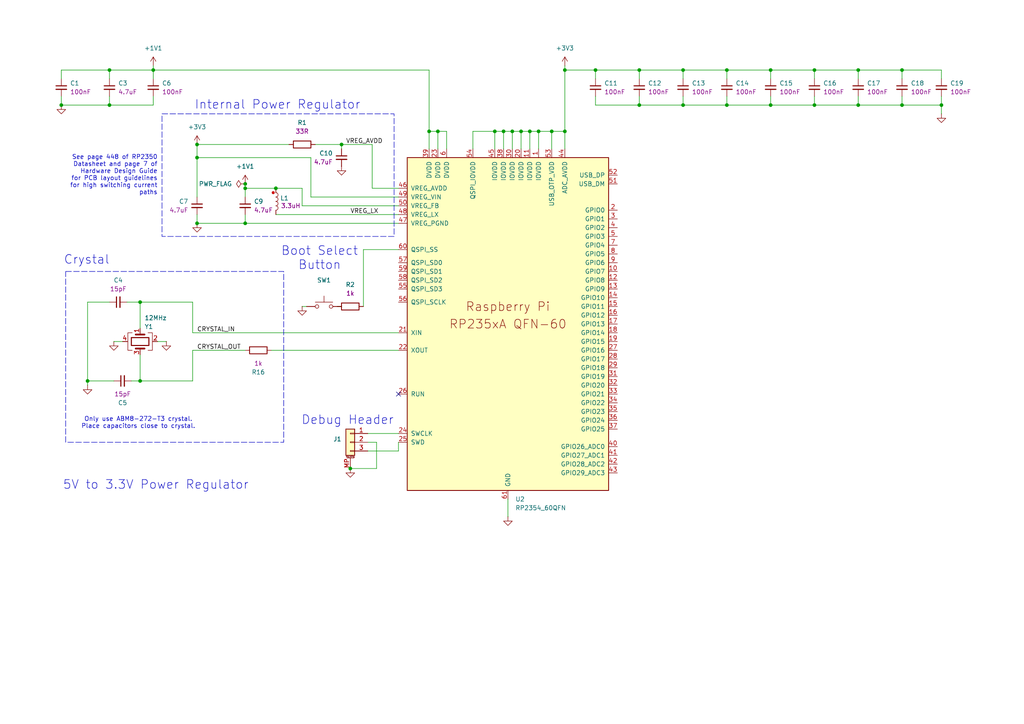
<source format=kicad_sch>
(kicad_sch (version 20250114) (generator "eeschema") (generator_version "9.0")
  (paper "A4")
  (lib_symbols
    (symbol "Lichen:100nF_0402_50V" (pin_numbers (hide yes)) (pin_names (offset 0.254) (hide yes))
      (property "Reference" "C12" (at 2.54 1.2638 0))
      (property "Display" "100nF" (at 2.54 -1.2762 0))
      (symbol "100nF_0402_50V_0_1"
        (polyline (pts (xy -1.524 0.508) (xy 1.524 0.508)) (stroke (width 0.3048)))
        (polyline (pts (xy -1.524 -0.508) (xy 1.524 -0.508)) (stroke (width 0.3302)))
      )
      (symbol "100nF_0402_50V_1_1"
        (pin passive line (at 0 2.54 270) (length 2.032) (name "~") (number "1"))
        (pin passive line (at 0 -2.54 90) (length 2.032) (name "~") (number "2"))
      )
    )
    (symbol "Lichen:15pF_0402" (pin_numbers (hide yes)) (pin_names (offset 0.254) (hide yes))
      (property "Reference" "C18" (at 2.54 1.2638 0))
      (property "Display" "15pF" (at 2.54 -1.2762 0))
      (symbol "15pF_0402_0_1"
        (polyline (pts (xy -1.524 0.508) (xy 1.524 0.508)) (stroke (width 0.3048)))
        (polyline (pts (xy -1.524 -0.508) (xy 1.524 -0.508)) (stroke (width 0.3302)))
      )
      (symbol "15pF_0402_1_1"
        (pin passive line (at 0 2.54 270) (length 2.032) (name "~") (number "1"))
        (pin passive line (at 0 -2.54 90) (length 2.032) (name "~") (number "2"))
      )
    )
    (symbol "Lichen:1k_0402" (pin_numbers (hide yes)) (pin_names (offset 0))
      (property "Reference" "R6" (at -5.08 -1.27 0))
      (property "Display" "1k" (at -5.08 1.27 0))
      (symbol "1k_0402_0_1"
        (rectangle (start -1.016 -2.54) (end 1.016 2.54) (stroke (width 0.254)))
      )
      (symbol "1k_0402_1_1"
        (pin passive line (at 0 3.81 270) (length 1.27) (name "~") (number "1"))
        (pin passive line (at 0 -3.81 90) (length 1.27) (name "~") (number "2"))
      )
    )
    (symbol "Lichen:33R_0402" (pin_numbers (hide yes)) (pin_names (offset 0))
      (property "Reference" "R1" (at 6.35 0 90))
      (property "Display" "33R" (at 3.81 0 90))
      (symbol "33R_0402_0_1"
        (rectangle (start -1.016 -2.54) (end 1.016 2.54) (stroke (width 0.254)))
      )
      (symbol "33R_0402_1_1"
        (pin passive line (at 0 3.81 270) (length 1.27) (name "~") (number "1"))
        (pin passive line (at 0 -3.81 90) (length 1.27) (name "~") (number "2"))
      )
    )
    (symbol "Lichen:4.7uF_0402" (pin_numbers (hide yes)) (pin_names (offset 0.254) (hide yes))
      (property "Reference" "C3" (at 2.54 1.2638 0))
      (property "Display" "4.7uF" (at 2.54 -1.2762 0))
      (symbol "4.7uF_0402_0_1"
        (polyline (pts (xy -1.524 0.508) (xy 1.524 0.508)) (stroke (width 0.3048)))
        (polyline (pts (xy -1.524 -0.508) (xy 1.524 -0.508)) (stroke (width 0.3302)))
      )
      (symbol "4.7uF_0402_1_1"
        (pin passive line (at 0 2.54 270) (length 2.032) (name "~") (number "1"))
        (pin passive line (at 0 -2.54 90) (length 2.032) (name "~") (number "2"))
      )
    )
    (symbol "Lichen:Button_Switch_SMD_Push_1P1T_Wurth" (pin_numbers (hide yes)) (pin_names (offset 1.016) (hide yes))
      (property "Reference" "SW1" (at 0 7.62 0))
      (symbol "Button_Switch_SMD_Push_1P1T_Wurth_0_1"
        (circle (center -2.032 0) (radius 0.508))
        (polyline (pts (xy 0 1.27) (xy 0 3.048)))
        (circle (center 2.032 0) (radius 0.508))
        (polyline (pts (xy 2.54 1.27) (xy -2.54 1.27)))
        (pin passive line (at -5.08 0 0) (length 2.54) (name "1") (number "1"))
        (pin passive line (at 5.08 0 180) (length 2.54) (name "2") (number "2"))
      )
    )
    (symbol "Lichen:Crystal_12MHz_Abracon_ABM8-272-T3" (pin_names (offset 1.016) (hide yes))
      (property "Reference" "Y1" (at 7.366 -9.906 90))
      (property "Value" "Crystal_12MHz_Abracon_ABM8-272-T3" (at 4.826 -9.906 90))
      (symbol "Crystal_12MHz_Abracon_ABM8-272-T3_0_1"
        (polyline (pts (xy -2.54 2.286) (xy -2.54 3.556) (xy 2.54 3.556) (xy 2.54 2.286)))
        (polyline (pts (xy -2.54 0) (xy -2.032 0)))
        (polyline (pts (xy -2.54 -2.286) (xy -2.54 -3.556) (xy 2.54 -3.556) (xy 2.54 -2.286)))
        (polyline (pts (xy -2.032 -1.27) (xy -2.032 1.27)) (stroke (width 0.508)))
        (rectangle (start -1.143 2.54) (end 1.143 -2.54) (stroke (width 0.3048)))
        (polyline (pts (xy 0 3.556) (xy 0 3.81)))
        (polyline (pts (xy 0 -3.81) (xy 0 -3.556)))
        (polyline (pts (xy 2.032 0) (xy 2.54 0)))
        (polyline (pts (xy 2.032 -1.27) (xy 2.032 1.27)) (stroke (width 0.508)))
      )
      (symbol "Crystal_12MHz_Abracon_ABM8-272-T3_1_1"
        (pin passive line (at -3.81 0 0) (length 1.27) (name "1") (number "1"))
        (pin passive line (at 0 5.08 270) (length 1.27) (name "2") (number "2"))
        (pin passive line (at 0 -5.08 90) (length 1.27) (name "4") (number "4"))
        (pin passive line (at 3.81 0 180) (length 1.27) (name "3") (number "3"))
      )
    )
    (symbol "Lichen:L_Polarized" (pin_numbers (hide yes)) (pin_names (offset 1.016) (hide yes))
      (property "Reference" "L1" (at 1.27 0.9417 0))
      (property "Display" "3.3uH" (at 4.318 -1.27 0))
      (symbol "L_Polarized_0_1"
        (arc (start 0 2.54) (mid 0.6323 1.905) (end 0 1.27))
        (arc (start 0 1.27) (mid 0.6323 0.635) (end 0 0))
        (arc (start 0 0) (mid 0.6323 -0.635) (end 0 -1.27))
        (arc (start 0 -1.27) (mid 0.6323 -1.905) (end 0 -2.54))
      )
      (symbol "L_Polarized_1_1"
        (circle (center -0.762 2.54) (radius 0.3592) (stroke (width 0) (color 194 0 0 1)) (fill (type color) (color 194 0 0 1)))
        (pin passive line (at 0 3.81 270) (length 1.27) (name "1") (number "1"))
        (pin passive line (at 0 -3.81 90) (length 1.27) (name "2") (number "2"))
      )
    )
    (symbol "Lichen:RP235x_60QFN" (pin_names (offset 1.016))
      (property "Reference" "U2" (at 2.1433 -50.8 0))
      (property "Value" "RP2354_60QFN" (at 2.1433 -53.34 0))
      (symbol "RP235x_60QFN_0_0"
        (text "Raspberry Pi" (at 0 5.08 0) (effects (font (size 2.54 2.54))))
      )
      (symbol "RP235x_60QFN_0_1"
        (rectangle (start 29.21 48.26) (end -29.21 -48.26) (stroke (width 0.254)) (fill (type background)))
      )
      (symbol "RP235x_60QFN_1_1"
        (text "RP235xA QFN-60" (at 0 0 0) (effects (font (size 2.54 2.54))))
        (pin power_in line (at -31.75 39.37 0) (length 2.54) (name "VREG_AVDD") (number "46"))
        (pin power_in line (at -31.75 36.83 0) (length 2.54) (name "VREG_VIN") (number "49"))
        (pin input line (at -31.75 34.29 0) (length 2.54) (name "VREG_FB") (number "50"))
        (pin power_out line (at -31.75 31.75 0) (length 2.54) (name "VREG_LX") (number "48"))
        (pin power_in line (at -31.75 29.21 0) (length 2.54) (name "VREG_PGND") (number "47"))
        (pin bidirectional line (at -31.75 21.59 0) (length 2.54) (name "QSPI_SS") (number "60"))
        (pin bidirectional line (at -31.75 17.78 0) (length 2.54) (name "QSPI_SD0") (number "57"))
        (pin bidirectional line (at -31.75 15.24 0) (length 2.54) (name "QSPI_SD1") (number "59"))
        (pin bidirectional line (at -31.75 12.7 0) (length 2.54) (name "QSPI_SD2") (number "58"))
        (pin bidirectional line (at -31.75 10.16 0) (length 2.54) (name "QSPI_SD3") (number "55"))
        (pin output line (at -31.75 6.35 0) (length 2.54) (name "QSPI_SCLK") (number "56"))
        (pin input line (at -31.75 -2.54 0) (length 2.54) (name "XIN") (number "21"))
        (pin passive line (at -31.75 -7.62 0) (length 2.54) (name "XOUT") (number "22"))
        (pin input line (at -31.75 -20.32 0) (length 2.54) (name "RUN") (number "26"))
        (pin output line (at -31.75 -31.75 0) (length 2.54) (name "SWCLK") (number "24"))
        (pin bidirectional line (at -31.75 -34.29 0) (length 2.54) (name "SWD") (number "25"))
        (pin power_in line (at -22.86 50.8 270) (length 2.54) (name "DVDD") (number "39"))
        (pin power_in line (at -20.32 50.8 270) (length 2.54) (name "DVDD") (number "23"))
        (pin power_in line (at -17.78 50.8 270) (length 2.54) (name "DVDD") (number "6"))
        (pin power_in line (at -10.16 50.8 270) (length 2.54) (name "QSPI_IOVDD") (number "54"))
        (pin power_in line (at -3.81 50.8 270) (length 2.54) (name "IOVDD") (number "45"))
        (pin power_in line (at -1.27 50.8 270) (length 2.54) (name "IOVDD") (number "38"))
        (pin power_in line (at 0 -50.8 90) (length 2.54) (name "GND") (number "61"))
        (pin power_in line (at 1.27 50.8 270) (length 2.54) (name "IOVDD") (number "30"))
        (pin power_in line (at 3.81 50.8 270) (length 2.54) (name "IOVDD") (number "20"))
        (pin power_in line (at 6.35 50.8 270) (length 2.54) (name "IOVDD") (number "11"))
        (pin power_in line (at 8.89 50.8 270) (length 2.54) (name "IOVDD") (number "1"))
        (pin power_in line (at 12.7 50.8 270) (length 2.54) (name "USB_OTP_VDD") (number "53"))
        (pin power_in line (at 16.51 50.8 270) (length 2.54) (name "ADC_AVDD") (number "44"))
        (pin bidirectional line (at 31.75 43.18 180) (length 2.54) (name "USB_DP") (number "52"))
        (pin bidirectional line (at 31.75 40.64 180) (length 2.54) (name "USB_DM") (number "51"))
        (pin bidirectional line (at 31.75 33.02 180) (length 2.54) (name "GPIO0") (number "2"))
        (pin bidirectional line (at 31.75 30.48 180) (length 2.54) (name "GPIO1") (number "3"))
        (pin bidirectional line (at 31.75 27.94 180) (length 2.54) (name "GPIO2") (number "4"))
        (pin bidirectional line (at 31.75 25.4 180) (length 2.54) (name "GPIO3") (number "5"))
        (pin bidirectional line (at 31.75 22.86 180) (length 2.54) (name "GPIO4") (number "7"))
        (pin bidirectional line (at 31.75 20.32 180) (length 2.54) (name "GPIO5") (number "8"))
        (pin bidirectional line (at 31.75 17.78 180) (length 2.54) (name "GPIO6") (number "9"))
        (pin bidirectional line (at 31.75 15.24 180) (length 2.54) (name "GPIO7") (number "10"))
        (pin bidirectional line (at 31.75 12.7 180) (length 2.54) (name "GPIO8") (number "12"))
        (pin bidirectional line (at 31.75 10.16 180) (length 2.54) (name "GPIO9") (number "13"))
        (pin bidirectional line (at 31.75 7.62 180) (length 2.54) (name "GPIO10") (number "14"))
        (pin bidirectional line (at 31.75 5.08 180) (length 2.54) (name "GPIO11") (number "15"))
        (pin bidirectional line (at 31.75 2.54 180) (length 2.54) (name "GPIO12") (number "16"))
        (pin bidirectional line (at 31.75 0 180) (length 2.54) (name "GPIO13") (number "17"))
        (pin bidirectional line (at 31.75 -2.54 180) (length 2.54) (name "GPIO14") (number "18"))
        (pin bidirectional line (at 31.75 -5.08 180) (length 2.54) (name "GPIO15") (number "19"))
        (pin bidirectional line (at 31.75 -7.62 180) (length 2.54) (name "GPIO16") (number "27"))
        (pin bidirectional line (at 31.75 -10.16 180) (length 2.54) (name "GPIO17") (number "28"))
        (pin bidirectional line (at 31.75 -12.7 180) (length 2.54) (name "GPIO18") (number "29"))
        (pin bidirectional line (at 31.75 -15.24 180) (length 2.54) (name "GPIO19") (number "31"))
        (pin bidirectional line (at 31.75 -17.78 180) (length 2.54) (name "GPIO20") (number "32"))
        (pin bidirectional line (at 31.75 -20.32 180) (length 2.54) (name "GPIO21") (number "33"))
        (pin bidirectional line (at 31.75 -22.86 180) (length 2.54) (name "GPIO22") (number "34"))
        (pin bidirectional line (at 31.75 -25.4 180) (length 2.54) (name "GPIO23") (number "35"))
        (pin bidirectional line (at 31.75 -27.94 180) (length 2.54) (name "GPIO24") (number "36"))
        (pin bidirectional line (at 31.75 -30.48 180) (length 2.54) (name "GPIO25") (number "37"))
        (pin bidirectional line (at 31.75 -35.56 180) (length 2.54) (name "GPIO26_ADC0") (number "40"))
        (pin bidirectional line (at 31.75 -38.1 180) (length 2.54) (name "GPIO27_ADC1") (number "41"))
        (pin bidirectional line (at 31.75 -40.64 180) (length 2.54) (name "GPIO28_ADC2") (number "42"))
        (pin bidirectional line (at 31.75 -43.18 180) (length 2.54) (name "GPIO29_ADC3") (number "43"))
      )
    )
    (symbol "Lichen:Raspberry_Pi_Pico_Debug_Header_JST" (pin_names (offset 1.016) (hide yes))
      (property "Reference" "J1" (at 2.54 0.9145 0))
      (symbol "Raspberry_Pi_Pico_Debug_Header_JST_1_1"
        (rectangle (start -1.27 3.81) (end 1.27 -3.81) (stroke (width 0.254)) (fill (type background)))
        (rectangle (start -1.27 2.667) (end 0 2.413) (stroke (width 0.1524)))
        (rectangle (start -1.27 0.127) (end 0 -0.127) (stroke (width 0.1524)))
        (rectangle (start -1.27 -2.413) (end 0 -2.667) (stroke (width 0.1524)))
        (polyline (pts (xy -1.016 -4.572) (xy 1.016 -4.572)) (stroke (width 0.1524)))
        (text "Mounting" (at 0 -4.191 0) (effects (font (size 0.381 0.381))))
        (pin passive line (at -5.08 2.54 0) (length 3.81) (name "Pin_1") (number "1"))
        (pin passive line (at -5.08 0 0) (length 3.81) (name "Pin_2") (number "2"))
        (pin passive line (at -5.08 -2.54 0) (length 3.81) (name "Pin_3") (number "3"))
        (pin passive line (at 0 -7.62 90) (length 3.048) (name "MountPin") (number "MP"))
      )
    )
    (symbol "power:+1V1" (power) (pin_numbers (hide yes)) (pin_names (offset 0) (hide yes))
      (property "Value" "+1V1" (at 0 3.556 0))
      (symbol "+1V1_0_1"
        (polyline (pts (xy -0.762 1.27) (xy 0 2.54)))
        (polyline (pts (xy 0 2.54) (xy 0.762 1.27)))
        (polyline (pts (xy 0 0) (xy 0 2.54)))
      )
      (symbol "+1V1_1_1"
        (pin power_in line (at 0 0 90) (length 0) (name "~") (number "1"))
      )
    )
    (symbol "power:+3V3" (power) (pin_numbers (hide yes)) (pin_names (offset 0) (hide yes))
      (property "Value" "+3V3" (at 0 3.556 0))
      (symbol "+3V3_0_1"
        (polyline (pts (xy -0.762 1.27) (xy 0 2.54)))
        (polyline (pts (xy 0 2.54) (xy 0.762 1.27)))
        (polyline (pts (xy 0 0) (xy 0 2.54)))
      )
      (symbol "+3V3_1_1"
        (pin power_in line (at 0 0 90) (length 0) (name "~") (number "1"))
      )
    )
    (symbol "power:GND" (power) (pin_numbers (hide yes)) (pin_names (offset 0) (hide yes))
      (property "Value" "GND" (at 0 -3.81 0))
      (symbol "GND_0_1"
        (polyline (pts (xy 0 0) (xy 0 -1.27) (xy 1.27 -1.27) (xy 0 -2.54) (xy -1.27 -1.27) (xy 0 -1.27)))
      )
      (symbol "GND_1_1"
        (pin power_in line (at 0 0 270) (length 0) (name "~") (number "1"))
      )
    )
    (symbol "power:PWR_FLAG" (power) (pin_numbers (hide yes)) (pin_names (offset 0) (hide yes))
      (property "Value" "PWR_FLAG" (at 0 3.81 0))
      (symbol "PWR_FLAG_0_0"
        (pin power_out line (at 0 0 90) (length 0) (name "~") (number "1"))
      )
      (symbol "PWR_FLAG_0_1"
        (polyline (pts (xy 0 0) (xy 0 1.27) (xy -1.016 1.905) (xy 0 2.54) (xy 1.016 1.905) (xy 0 1.27)))
      )
    )
  )
  (rectangle (start 46.99 33.02) (end 114.3 68.58) (stroke (width 0) (type dash)))
  (rectangle (start 19.05 78.74) (end 82.296 128.27) (stroke (width 0) (type dash)))
  (text "5V to 3.3V Power Regulator" (at 45.212 140.716 0) (effects (font (size 2.54 2.54))))
  (text "Debug Header" (at 100.838 121.92 0) (effects (font (size 2.54 2.54))))
  (text "Boot Select\nButton" (at 92.71 74.93 0) (effects (font (size 2.54 2.54))))
  (text "See page 448 of RP2350\nDatasheet and page 7 of\nHardware Design Guide\nfor PCB layout guidelines\nfor high switching current\npaths" (at 45.72 50.8 0) (effects (font (size 1.27 1.27)) (justify right)))
  (text "Internal Power Regulator" (at 80.518 30.48 0) (effects (font (size 2.54 2.54))))
  (text "Crystal" (at 25.146 75.438 0) (effects (font (size 2.54 2.54))))
  (text "Only use ABM8-272-T3 crystal.\nPlace capacitors close to crystal." (at 40.132 122.682 0) (effects (font (size 1.27 1.27))))
  (junction (at 160.02 38.1))
  (junction (at 198.12 20.32))
  (junction (at 223.52 30.48))
  (junction (at 198.12 30.48))
  (junction (at 185.42 30.48))
  (junction (at 31.75 30.48))
  (junction (at 124.46 38.1))
  (junction (at 40.64 87.63))
  (junction (at 223.52 20.32))
  (junction (at 185.42 20.32))
  (junction (at 71.12 53.34))
  (junction (at 156.21 38.1))
  (junction (at 210.82 30.48))
  (junction (at 273.05 30.48))
  (junction (at 148.59 38.1))
  (junction (at 151.13 38.1))
  (junction (at 153.67 38.1))
  (junction (at 71.12 64.77))
  (junction (at 248.92 20.32))
  (junction (at 57.15 45.72))
  (junction (at 210.82 20.32))
  (junction (at 71.12 54.61))
  (junction (at 31.75 20.32))
  (junction (at 80.01 54.61))
  (junction (at 163.83 38.1))
  (junction (at 127 38.1))
  (junction (at 143.51 38.1))
  (junction (at 99.06 41.91))
  (junction (at 17.78 30.48))
  (junction (at 40.64 110.49))
  (junction (at 248.92 30.48))
  (junction (at 236.22 30.48))
  (junction (at 57.15 64.77))
  (junction (at 44.45 20.32))
  (junction (at 261.62 30.48))
  (junction (at 146.05 38.1))
  (junction (at 25.4 110.49))
  (junction (at 57.15 41.91))
  (junction (at 236.22 20.32))
  (junction (at 172.72 20.32))
  (junction (at 101.6 135.89))
  (junction (at 163.83 20.32))
  (junction (at 261.62 20.32))
  (no_connect (at 115.57 114.3))
  (wire (pts (xy 236.22 30.48) (xy 223.52 30.48)))
  (wire (pts (xy 146.05 38.1) (xy 146.05 43.18)))
  (wire (pts (xy 148.59 38.1) (xy 151.13 38.1)))
  (wire (pts (xy 55.88 101.6) (xy 55.88 110.49)))
  (wire (pts (xy 153.67 38.1) (xy 156.21 38.1)))
  (wire (pts (xy 198.12 30.48) (xy 185.42 30.48)))
  (wire (pts (xy 198.12 20.32) (xy 210.82 20.32)))
  (wire (pts (xy 151.13 38.1) (xy 153.67 38.1)))
  (wire (pts (xy 48.26 99.06) (xy 45.72 99.06)))
  (wire (pts (xy 147.32 149.86) (xy 147.32 144.78)))
  (wire (pts (xy 261.62 27.94) (xy 261.62 30.48)))
  (wire (pts (xy 115.57 130.81) (xy 115.57 128.27)))
  (wire (pts (xy 31.75 27.94) (xy 31.75 30.48)))
  (wire (pts (xy 106.68 130.81) (xy 115.57 130.81)))
  (wire (pts (xy 57.15 57.15) (xy 57.15 45.72)))
  (wire (pts (xy 57.15 62.23) (xy 57.15 64.77)))
  (wire (pts (xy 40.64 87.63) (xy 40.64 95.25)))
  (wire (pts (xy 248.92 20.32) (xy 248.92 22.86)))
  (wire (pts (xy 160.02 38.1) (xy 163.83 38.1)))
  (wire (pts (xy 143.51 38.1) (xy 146.05 38.1)))
  (wire (pts (xy 55.88 110.49) (xy 40.64 110.49)))
  (wire (pts (xy 44.45 19.05) (xy 44.45 20.32)))
  (wire (pts (xy 31.75 20.32) (xy 31.75 22.86)))
  (wire (pts (xy 236.22 27.94) (xy 236.22 30.48)))
  (wire (pts (xy 261.62 20.32) (xy 273.05 20.32)))
  (wire (pts (xy 87.63 59.69) (xy 115.57 59.69)))
  (wire (pts (xy 31.75 20.32) (xy 44.45 20.32)))
  (wire (pts (xy 163.83 19.05) (xy 163.83 20.32)))
  (wire (pts (xy 33.02 110.49) (xy 25.4 110.49)))
  (wire (pts (xy 78.74 101.6) (xy 115.57 101.6)))
  (wire (pts (xy 172.72 20.32) (xy 172.72 22.86)))
  (wire (pts (xy 40.64 110.49) (xy 40.64 102.87)))
  (wire (pts (xy 90.17 57.15) (xy 115.57 57.15)))
  (wire (pts (xy 129.54 43.18) (xy 129.54 38.1)))
  (wire (pts (xy 124.46 20.32) (xy 44.45 20.32)))
  (wire (pts (xy 210.82 20.32) (xy 223.52 20.32)))
  (wire (pts (xy 198.12 20.32) (xy 198.12 22.86)))
  (wire (pts (xy 44.45 30.48) (xy 31.75 30.48)))
  (wire (pts (xy 185.42 27.94) (xy 185.42 30.48)))
  (wire (pts (xy 91.44 41.91) (xy 99.06 41.91)))
  (wire (pts (xy 87.63 88.9) (xy 88.9 88.9)))
  (wire (pts (xy 25.4 87.63) (xy 25.4 110.49)))
  (wire (pts (xy 71.12 62.23) (xy 71.12 64.77)))
  (wire (pts (xy 71.12 64.77) (xy 115.57 64.77)))
  (wire (pts (xy 156.21 38.1) (xy 160.02 38.1)))
  (wire (pts (xy 107.95 54.61) (xy 115.57 54.61)))
  (wire (pts (xy 99.06 41.91) (xy 99.06 43.18)))
  (wire (pts (xy 80.01 54.61) (xy 87.63 54.61)))
  (wire (pts (xy 17.78 20.32) (xy 31.75 20.32)))
  (wire (pts (xy 71.12 57.15) (xy 71.12 54.61)))
  (wire (pts (xy 223.52 30.48) (xy 210.82 30.48)))
  (wire (pts (xy 148.59 38.1) (xy 148.59 43.18)))
  (wire (pts (xy 172.72 30.48) (xy 172.72 27.94)))
  (wire (pts (xy 97.79 88.9) (xy 99.06 88.9)))
  (wire (pts (xy 31.75 87.63) (xy 25.4 87.63)))
  (wire (pts (xy 163.83 20.32) (xy 163.83 38.1)))
  (wire (pts (xy 261.62 20.32) (xy 261.62 22.86)))
  (wire (pts (xy 163.83 43.18) (xy 163.83 38.1)))
  (wire (pts (xy 109.22 128.27) (xy 109.22 135.89)))
  (wire (pts (xy 71.12 54.61) (xy 80.01 54.61)))
  (wire (pts (xy 151.13 38.1) (xy 151.13 43.18)))
  (wire (pts (xy 210.82 20.32) (xy 210.82 22.86)))
  (wire (pts (xy 57.15 45.72) (xy 90.17 45.72)))
  (wire (pts (xy 44.45 27.94) (xy 44.45 30.48)))
  (wire (pts (xy 273.05 20.32) (xy 273.05 22.86)))
  (wire (pts (xy 146.05 38.1) (xy 148.59 38.1)))
  (wire (pts (xy 185.42 20.32) (xy 198.12 20.32)))
  (wire (pts (xy 236.22 20.32) (xy 248.92 20.32)))
  (wire (pts (xy 160.02 38.1) (xy 160.02 43.18)))
  (wire (pts (xy 55.88 101.6) (xy 71.12 101.6)))
  (wire (pts (xy 55.88 96.52) (xy 115.57 96.52)))
  (wire (pts (xy 17.78 22.86) (xy 17.78 20.32)))
  (wire (pts (xy 105.41 88.9) (xy 105.41 72.39)))
  (wire (pts (xy 129.54 38.1) (xy 127 38.1)))
  (wire (pts (xy 55.88 96.52) (xy 55.88 87.63)))
  (wire (pts (xy 153.67 38.1) (xy 153.67 43.18)))
  (wire (pts (xy 248.92 30.48) (xy 236.22 30.48)))
  (wire (pts (xy 156.21 38.1) (xy 156.21 43.18)))
  (wire (pts (xy 124.46 20.32) (xy 124.46 38.1)))
  (wire (pts (xy 198.12 27.94) (xy 198.12 30.48)))
  (wire (pts (xy 163.83 20.32) (xy 172.72 20.32)))
  (wire (pts (xy 33.02 99.06) (xy 35.56 99.06)))
  (wire (pts (xy 210.82 27.94) (xy 210.82 30.48)))
  (wire (pts (xy 80.01 62.23) (xy 115.57 62.23)))
  (wire (pts (xy 223.52 20.32) (xy 236.22 20.32)))
  (wire (pts (xy 105.41 72.39) (xy 115.57 72.39)))
  (wire (pts (xy 25.4 111.76) (xy 25.4 110.49)))
  (wire (pts (xy 71.12 53.34) (xy 71.12 54.61)))
  (wire (pts (xy 17.78 27.94) (xy 17.78 30.48)))
  (wire (pts (xy 99.06 41.91) (xy 107.95 41.91)))
  (wire (pts (xy 106.68 128.27) (xy 109.22 128.27)))
  (wire (pts (xy 248.92 20.32) (xy 261.62 20.32)))
  (wire (pts (xy 127 38.1) (xy 124.46 38.1)))
  (wire (pts (xy 124.46 38.1) (xy 124.46 43.18)))
  (wire (pts (xy 107.95 54.61) (xy 107.95 41.91)))
  (wire (pts (xy 38.1 110.49) (xy 40.64 110.49)))
  (wire (pts (xy 261.62 30.48) (xy 248.92 30.48)))
  (wire (pts (xy 90.17 45.72) (xy 90.17 57.15)))
  (wire (pts (xy 31.75 30.48) (xy 17.78 30.48)))
  (wire (pts (xy 87.63 59.69) (xy 87.63 54.61)))
  (wire (pts (xy 106.68 125.73) (xy 115.57 125.73)))
  (wire (pts (xy 210.82 30.48) (xy 198.12 30.48)))
  (wire (pts (xy 36.83 87.63) (xy 40.64 87.63)))
  (wire (pts (xy 44.45 20.32) (xy 44.45 22.86)))
  (wire (pts (xy 109.22 135.89) (xy 101.6 135.89)))
  (wire (pts (xy 273.05 30.48) (xy 261.62 30.48)))
  (wire (pts (xy 223.52 27.94) (xy 223.52 30.48)))
  (wire (pts (xy 83.82 41.91) (xy 57.15 41.91)))
  (wire (pts (xy 143.51 38.1) (xy 143.51 43.18)))
  (wire (pts (xy 55.88 87.63) (xy 40.64 87.63)))
  (wire (pts (xy 127 43.18) (xy 127 38.1)))
  (wire (pts (xy 137.16 38.1) (xy 143.51 38.1)))
  (wire (pts (xy 57.15 64.77) (xy 71.12 64.77)))
  (wire (pts (xy 185.42 30.48) (xy 172.72 30.48)))
  (wire (pts (xy 273.05 27.94) (xy 273.05 30.48)))
  (wire (pts (xy 185.42 20.32) (xy 185.42 22.86)))
  (wire (pts (xy 57.15 41.91) (xy 57.15 45.72)))
  (wire (pts (xy 137.16 43.18) (xy 137.16 38.1)))
  (wire (pts (xy 273.05 33.02) (xy 273.05 30.48)))
  (wire (pts (xy 248.92 27.94) (xy 248.92 30.48)))
  (wire (pts (xy 236.22 20.32) (xy 236.22 22.86)))
  (wire (pts (xy 172.72 20.32) (xy 185.42 20.32)))
  (wire (pts (xy 223.52 20.32) (xy 223.52 22.86)))
  (label "VREG_AVDD" (at 100.33 41.91 0))
  (label "VREG_LX" (at 101.6 62.23 0))
  (label "CRYSTAL_OUT" (at 57.15 101.6 0))
  (label "CRYSTAL_IN" (at 57.15 96.52 0))
  (symbol (lib_id "Lichen:Raspberry_Pi_Pico_Debug_Header_JST") (at 101.6 128.27 0) (mirror y) (unit 1)
    (property "Reference" "J1" (at 99.06 127.3555 0) (effects (justify left)))
    (property "Value" "Conn_01x03_MountingPin" (effects (hide yes)))
    (property "Footprint" "Lichen:JST_SH_SM03B-SRSS-TB_1x03-1MP_P1.00mm_Horizontal" (effects (hide yes)))
    (property "Datasheet" "https://jlcpcb.com/api/file/downloadByFileSystemAccessId/8588909270696415232" (effects (hide yes)))
    (property "Description" "1A 1mm 1x3P 2.9mm 4.32mm 50V Right Angle SMD" (effects (hide yes)))
    (property "Manufacturer" " JST" (effects (hide yes)))
    (property "Part Number" "SM03B-SRSS-TB" (effects (hide yes)))
    (property "LCSC" "C160403" (effects (hide yes)))
  )
  (symbol (lib_id "Lichen:100nF_0402_50V") (at 185.42 25.4 0) (unit 1)
    (property "Reference" "C12" (at 187.96 24.1362 0) (effects (justify left)))
    (property "Value" "100nF_0402_16V" (effects (hide yes)))
    (property "Footprint" "RP2350_60QFN_minimal:C_0402_1005Metric_small_pads" (effects (hide yes)))
    (property "Datasheet" "https://jlcpcb.com/api/file/downloadByFileSystemAccessId/8554627388281098240" (effects (hide yes)))
    (property "Description" "100nF 50V X7R ±10% 0402" (effects (hide yes)))
    (property "Specifications" "100nF 50V X7R ±10% 0402" (effects (hide yes)))
    (property "Manufacturer" "Samsung Electro-Mechanics" (effects (hide yes)))
    (property "Part Number" "CL05B104KB54PNC" (effects (hide yes)))
    (property "Display" "100nF" (at 187.96 26.6762 0) (effects (justify left)))
    (property "LCSC" "C307331" (effects (hide yes)))
  )
  (symbol (lib_id "power:+1V1") (at 44.45 19.05 0) (unit 1)
    (property "Reference" "#PWR05" (effects (hide yes)))
    (property "Value" "+1V1" (at 44.45 13.97 0))
    (property "Description" "Power symbol creates a global label with name \"+1V1\"" (effects (hide yes)))
  )
  (symbol (lib_id "Lichen:4.7uF_0402") (at 57.15 59.69 0) (mirror y) (unit 1)
    (property "Reference" "C7" (at 54.61 58.4262 0) (effects (justify left)))
    (property "Value" "4.7uF_0402" (effects (hide yes)))
    (property "Footprint" "RP2350_60QFN_minimal:C_0402_1005Metric_small_pads" (effects (hide yes)))
    (property "Datasheet" "https://jlcpcb.com/api/file/downloadByFileSystemAccessId/8579707315714920448" (effects (hide yes)))
    (property "Description" "10V 4.7uF X5R ±20% 0402" (effects (hide yes)))
    (property "Specifications" "10V 4.7uF X5R ±20% 0402" (effects (hide yes)))
    (property "Manufacturer" "Samsung Electro-Mechanics" (effects (hide yes)))
    (property "Part Number" "CL05A475MP5NRNC" (effects (hide yes)))
    (property "Display" "4.7uF" (at 54.61 60.9662 0) (effects (justify left)))
    (property "LCSC" "C23733" (effects (hide yes)))
  )
  (symbol (lib_id "Lichen:100nF_0402_50V") (at 44.45 25.4 0) (unit 1)
    (property "Reference" "C6" (at 46.99 24.1362 0) (effects (justify left)))
    (property "Value" "100nF_0402_50V" (effects (hide yes)))
    (property "Footprint" "RP2350_60QFN_minimal:C_0402_1005Metric_small_pads" (effects (hide yes)))
    (property "Datasheet" "https://jlcpcb.com/api/file/downloadByFileSystemAccessId/8554627388281098240" (effects (hide yes)))
    (property "Description" "100nF 50V X7R ±10% 0402" (effects (hide yes)))
    (property "Specifications" "100nF 50V X7R ±10% 0402" (effects (hide yes)))
    (property "Manufacturer" "Samsung Electro-Mechanics" (effects (hide yes)))
    (property "Part Number" "CL05B104KB54PNC" (effects (hide yes)))
    (property "Display" "100nF" (at 46.99 26.6762 0) (effects (justify left)))
    (property "LCSC" "C307331" (effects (hide yes)))
  )
  (symbol (lib_id "Lichen:100nF_0402_50V") (at 172.72 25.4 0) (unit 1)
    (property "Reference" "C11" (at 175.26 24.1362 0) (effects (justify left)))
    (property "Value" "100nF_0402_50V" (effects (hide yes)))
    (property "Footprint" "RP2350_60QFN_minimal:C_0402_1005Metric_small_pads" (effects (hide yes)))
    (property "Datasheet" "https://jlcpcb.com/api/file/downloadByFileSystemAccessId/8554627388281098240" (effects (hide yes)))
    (property "Description" "100nF 50V X7R ±10% 0402" (effects (hide yes)))
    (property "Specifications" "100nF 50V X7R ±10% 0402" (effects (hide yes)))
    (property "Manufacturer" "Samsung Electro-Mechanics" (effects (hide yes)))
    (property "Part Number" "CL05B104KB54PNC" (effects (hide yes)))
    (property "Display" "100nF" (at 175.26 26.6762 0) (effects (justify left)))
    (property "LCSC" "C307331" (effects (hide yes)))
  )
  (symbol (lib_id "power:GND") (at 48.26 99.06 0) (unit 1)
    (property "Reference" "#PWR07" (effects (hide yes)))
    (property "Value" "GND" (effects (hide yes)))
    (property "Description" "Power symbol creates a global label with name \"GND\" , ground" (effects (hide yes)))
  )
  (symbol (lib_id "Lichen:100nF_0402_50V") (at 223.52 25.4 0) (unit 1)
    (property "Reference" "C15" (at 226.06 24.1362 0) (effects (justify left)))
    (property "Value" "100nF_0402_16V" (effects (hide yes)))
    (property "Footprint" "RP2350_60QFN_minimal:C_0402_1005Metric_small_pads" (effects (hide yes)))
    (property "Datasheet" "https://jlcpcb.com/api/file/downloadByFileSystemAccessId/8554627388281098240" (effects (hide yes)))
    (property "Description" "100nF 50V X7R ±10% 0402" (effects (hide yes)))
    (property "Specifications" "100nF 50V X7R ±10% 0402" (effects (hide yes)))
    (property "Manufacturer" "Samsung Electro-Mechanics" (effects (hide yes)))
    (property "Part Number" "CL05B104KB54PNC" (effects (hide yes)))
    (property "Display" "100nF" (at 226.06 26.6762 0) (effects (justify left)))
    (property "LCSC" "C307331" (effects (hide yes)))
  )
  (symbol (lib_id "Lichen:RP235x_60QFN") (at 147.32 93.98 0) (unit 1)
    (property "Reference" "U2" (at 149.4633 144.78 0) (effects (justify left)))
    (property "Value" "RP2354_60QFN" (at 149.4633 147.32 0) (effects (justify left)))
    (property "Footprint" "RP2350_60QFN_minimal:RP2350-QFN-60-1EP_7x7_P0.4mm_EP3.4x3.4mm_ThermalVias" (effects (hide yes)))
    (property "Description" "QFN-60(7x7) Microcontroller" (effects (hide yes)))
    (property "Manufacturer" " Raspberry Pi" (effects (hide yes)))
    (property "Part Number" " RP2354A" (effects (hide yes)))
    (property "LCSC" "C41378174" (effects (hide yes)))
  )
  (symbol (lib_id "Lichen:100nF_0402_50V") (at 210.82 25.4 0) (unit 1)
    (property "Reference" "C14" (at 213.36 24.1362 0) (effects (justify left)))
    (property "Value" "100nF_0402_16V" (effects (hide yes)))
    (property "Footprint" "RP2350_60QFN_minimal:C_0402_1005Metric_small_pads" (effects (hide yes)))
    (property "Datasheet" "https://jlcpcb.com/api/file/downloadByFileSystemAccessId/8554627388281098240" (effects (hide yes)))
    (property "Description" "100nF 50V X7R ±10% 0402" (effects (hide yes)))
    (property "Specifications" "100nF 50V X7R ±10% 0402" (effects (hide yes)))
    (property "Manufacturer" "Samsung Electro-Mechanics" (effects (hide yes)))
    (property "Part Number" "CL05B104KB54PNC" (effects (hide yes)))
    (property "Display" "100nF" (at 213.36 26.6762 0) (effects (justify left)))
    (property "LCSC" "C307331" (effects (hide yes)))
  )
  (symbol (lib_id "power:GND") (at 57.15 64.77 0) (unit 1)
    (property "Reference" "#PWR09" (effects (hide yes)))
    (property "Value" "GND" (effects (hide yes)))
    (property "Description" "Power symbol creates a global label with name \"GND\" , ground" (effects (hide yes)))
  )
  (symbol (lib_id "Lichen:100nF_0402_50V") (at 236.22 25.4 0) (unit 1)
    (property "Reference" "C16" (at 238.76 24.1362 0) (effects (justify left)))
    (property "Value" "100nF_0603_16V" (effects (hide yes)))
    (property "Footprint" "RP2350_60QFN_minimal:C_0402_1005Metric_small_pads" (effects (hide yes)))
    (property "Datasheet" "https://jlcpcb.com/api/file/downloadByFileSystemAccessId/8554627388281098240" (effects (hide yes)))
    (property "Description" "100nF 50V X7R ±10% 0402" (effects (hide yes)))
    (property "Specifications" "100nF 50V X7R ±10% 0402" (effects (hide yes)))
    (property "Manufacturer" "Samsung Electro-Mechanics" (effects (hide yes)))
    (property "Part Number" "CL05B104KB54PNC" (effects (hide yes)))
    (property "Display" "100nF" (at 238.76 26.6762 0) (effects (justify left)))
    (property "LCSC" "C307331" (effects (hide yes)))
  )
  (symbol (lib_id "Lichen:Crystal_12MHz_Abracon_ABM8-272-T3") (at 40.64 99.06 270) (unit 1)
    (property "Reference" "Y1" (at 41.91 94.742 90) (effects (justify left)))
    (property "Value" "12MHz" (at 41.91 92.202 90) (effects (justify left)))
    (property "Footprint" "Crystal:Crystal_SMD_3225-4Pin_3.2x2.5mm" (effects (hide yes)))
    (property "Datasheet" "https://jlcpcb.com/api/file/downloadByFileSystemAccessId/8559470777180311552" (effects (hide yes)))
    (property "Description" "Four pin crystal, GND on pins 2 and 4" (effects (hide yes)))
    (property "Manufacturer" "Abracon LLC" (effects (hide yes)))
    (property "Part Number" "ABM8-272-T3" (effects (hide yes)))
    (property "LCSC" "C20625731" (effects (hide yes)))
  )
  (symbol (lib_id "Lichen:100nF_0402_50V") (at 248.92 25.4 0) (unit 1)
    (property "Reference" "C17" (at 251.46 24.1362 0) (effects (justify left)))
    (property "Value" "100nF_0402_16V" (effects (hide yes)))
    (property "Footprint" "RP2350_60QFN_minimal:C_0402_1005Metric_small_pads" (effects (hide yes)))
    (property "Datasheet" "https://jlcpcb.com/api/file/downloadByFileSystemAccessId/8554627388281098240" (effects (hide yes)))
    (property "Description" "100nF 50V X7R ±10% 0402" (effects (hide yes)))
    (property "Specifications" "100nF 50V X7R ±10% 0402" (effects (hide yes)))
    (property "Manufacturer" "Samsung Electro-Mechanics" (effects (hide yes)))
    (property "Part Number" "CL05B104KB54PNC" (effects (hide yes)))
    (property "Display" "100nF" (at 251.46 26.6762 0) (effects (justify left)))
    (property "LCSC" "C307331" (effects (hide yes)))
  )
  (symbol (lib_id "power:GND") (at 99.06 48.26 0) (mirror y) (unit 1)
    (property "Reference" "#PWR013" (effects (hide yes)))
    (property "Value" "GND" (effects (hide yes)))
    (property "Description" "Power symbol creates a global label with name \"GND\" , ground" (effects (hide yes)))
  )
  (symbol (lib_id "Lichen:L_Polarized") (at 80.01 58.42 0) (unit 1)
    (property "Reference" "L1" (at 81.28 57.4783 0) (effects (justify left)))
    (property "Value" "3.3uH" (effects (hide yes)))
    (property "Footprint" "Lichen:L_pol_2016" (effects (hide yes)))
    (property "Datasheet" "https://jlcpcb.com/api/file/downloadByFileSystemAccessId/8567843503118221312" (effects (hide yes)))
    (property "Description" "0806 Power Inductor Polarized" (effects (hide yes)))
    (property "Manufacturer" "Abracon LLC" (effects (hide yes)))
    (property "Part Number" "AOTA-B201610S3R3-101-T " (effects (hide yes)))
    (property "LCSC" "C42411119" (effects (hide yes)))
    (property "Display" "3.3uH" (at 84.328 59.69 0))
  )
  (symbol (lib_id "power:GND") (at 25.4 111.76 0) (unit 1)
    (property "Reference" "#PWR03" (effects (hide yes)))
    (property "Value" "GND" (effects (hide yes)))
    (property "Description" "Power symbol creates a global label with name \"GND\" , ground" (effects (hide yes)))
  )
  (symbol (lib_id "Lichen:4.7uF_0402") (at 31.75 25.4 0) (unit 1)
    (property "Reference" "C3" (at 34.29 24.1362 0) (effects (justify left)))
    (property "Value" "4.7uF_0402" (effects (hide yes)))
    (property "Footprint" "RP2350_60QFN_minimal:C_0402_1005Metric_small_pads" (effects (hide yes)))
    (property "Datasheet" "https://jlcpcb.com/api/file/downloadByFileSystemAccessId/8579707315714920448" (effects (hide yes)))
    (property "Description" "10V 4.7uF X5R ±20% 0402" (effects (hide yes)))
    (property "Specifications" "10V 4.7uF X5R ±20% 0402" (effects (hide yes)))
    (property "Manufacturer" "Samsung Electro-Mechanics" (effects (hide yes)))
    (property "Part Number" "CL05A475MP5NRNC" (effects (hide yes)))
    (property "Display" "4.7uF" (at 34.29 26.6762 0) (effects (justify left)))
    (property "LCSC" "C23733" (effects (hide yes)))
  )
  (symbol (lib_id "Lichen:100nF_0402_50V") (at 261.62 25.4 0) (unit 1)
    (property "Reference" "C18" (at 264.16 24.1362 0) (effects (justify left)))
    (property "Value" "100nF_0402_16V" (effects (hide yes)))
    (property "Footprint" "RP2350_60QFN_minimal:C_0402_1005Metric_small_pads" (effects (hide yes)))
    (property "Datasheet" "https://jlcpcb.com/api/file/downloadByFileSystemAccessId/8554627388281098240" (effects (hide yes)))
    (property "Description" "100nF 50V X7R ±10% 0402" (effects (hide yes)))
    (property "Specifications" "100nF 50V X7R ±10% 0402" (effects (hide yes)))
    (property "Manufacturer" "Samsung Electro-Mechanics" (effects (hide yes)))
    (property "Part Number" "CL05B104KB54PNC" (effects (hide yes)))
    (property "Display" "100nF" (at 264.16 26.6762 0) (effects (justify left)))
    (property "LCSC" "C307331" (effects (hide yes)))
  )
  (symbol (lib_id "power:GND") (at 17.78 30.48 0) (unit 1)
    (property "Reference" "#PWR01" (effects (hide yes)))
    (property "Value" "GND" (effects (hide yes)))
    (property "Description" "Power symbol creates a global label with name \"GND\" , ground" (effects (hide yes)))
  )
  (symbol (lib_id "Lichen:15pF_0402") (at 34.29 87.63 90) (unit 1)
    (property "Reference" "C4" (at 34.2963 81.28 90))
    (property "Value" "15pF_0402" (effects (hide yes)))
    (property "Footprint" "RP2350_60QFN_minimal:C_0402_1005Metric_small_pads" (effects (hide yes)))
    (property "Datasheet" "https://jlcpcb.com/api/file/downloadByFileSystemAccessId/8554627388281098240" (effects (hide yes)))
    (property "Description" "15pF 50V C0G ±5% 0402 MLCC" (effects (hide yes)))
    (property "Specifications" "15pF 50V C0G ±5% 0402 MLCC " (effects (hide yes)))
    (property "Manufacturer" "FH (Guangdong Fenghua Advanced Tech)" (effects (hide yes)))
    (property "Part Number" "0402CG150J500NT" (effects (hide yes)))
    (property "Display" "15pF" (at 34.2963 83.82 90))
    (property "LCSC" "C1548" (effects (hide yes)))
  )
  (symbol (lib_id "power:GND") (at 273.05 33.02 0) (unit 1)
    (property "Reference" "#PWR019" (effects (hide yes)))
    (property "Value" "GND" (effects (hide yes)))
    (property "Description" "Power symbol creates a global label with name \"GND\" , ground" (effects (hide yes)))
  )
  (symbol (lib_id "Lichen:100nF_0402_50V") (at 198.12 25.4 0) (unit 1)
    (property "Reference" "C13" (at 200.66 24.1362 0) (effects (justify left)))
    (property "Value" "100nF_0402_16V" (effects (hide yes)))
    (property "Footprint" "RP2350_60QFN_minimal:C_0402_1005Metric_small_pads" (effects (hide yes)))
    (property "Datasheet" "https://jlcpcb.com/api/file/downloadByFileSystemAccessId/8554627388281098240" (effects (hide yes)))
    (property "Description" "100nF 50V X7R ±10% 0402" (effects (hide yes)))
    (property "Specifications" "100nF 50V X7R ±10% 0402" (effects (hide yes)))
    (property "Manufacturer" "Samsung Electro-Mechanics" (effects (hide yes)))
    (property "Part Number" "CL05B104KB54PNC" (effects (hide yes)))
    (property "Display" "100nF" (at 200.66 26.6762 0) (effects (justify left)))
    (property "LCSC" "C307331" (effects (hide yes)))
  )
  (symbol (lib_id "Lichen:4.7uF_0402") (at 99.06 45.72 0) (mirror y) (unit 1)
    (property "Reference" "C10" (at 96.52 44.4562 0) (effects (justify left)))
    (property "Value" "4.7uF_0402" (effects (hide yes)))
    (property "Footprint" "RP2350_60QFN_minimal:C_0402_1005Metric_small_pads" (effects (hide yes)))
    (property "Datasheet" "https://jlcpcb.com/api/file/downloadByFileSystemAccessId/8579707315714920448" (effects (hide yes)))
    (property "Description" "10V 4.7uF X5R ±20% 0402" (effects (hide yes)))
    (property "Specifications" "10V 4.7uF X5R ±20% 0402" (effects (hide yes)))
    (property "Manufacturer" "Samsung Electro-Mechanics" (effects (hide yes)))
    (property "Part Number" "CL05A475MP5NRNC" (effects (hide yes)))
    (property "Display" "4.7uF" (at 96.52 46.9962 0) (effects (justify left)))
    (property "LCSC" "C23733" (effects (hide yes)))
  )
  (symbol (lib_id "Lichen:15pF_0402") (at 35.56 110.49 90) (mirror x) (unit 1)
    (property "Reference" "C5" (at 35.5663 116.84 90))
    (property "Value" "15pF_0402" (effects (hide yes)))
    (property "Footprint" "RP2350_60QFN_minimal:C_0402_1005Metric_small_pads" (effects (hide yes)))
    (property "Datasheet" "https://jlcpcb.com/api/file/downloadByFileSystemAccessId/8554627388281098240" (effects (hide yes)))
    (property "Description" "15pF 50V C0G ±5% 0402 MLCC" (effects (hide yes)))
    (property "Specifications" "15pF 50V C0G ±5% 0402 MLCC " (effects (hide yes)))
    (property "Manufacturer" "FH (Guangdong Fenghua Advanced Tech)" (effects (hide yes)))
    (property "Part Number" "0402CG150J500NT" (effects (hide yes)))
    (property "Display" "15pF" (at 35.5663 114.3 90))
    (property "LCSC" "C1548" (effects (hide yes)))
  )
  (symbol (lib_id "Lichen:1k_0402") (at 74.93 101.6 270) (mirror x) (unit 1)
    (property "Reference" "R16" (at 74.93 107.95 90))
    (property "Value" "1k_0402" (effects (hide yes)))
    (property "Footprint" "Lichen:R_0402_1005Metric" (effects (hide yes)))
    (property "Datasheet" "https://jlcpcb.com/api/file/downloadByFileSystemAccessId/8579705924167974912" (effects (hide yes)))
    (property "Description" "1kΩ 50V 62.5mW ±1% 0402" (effects (hide yes)))
    (property "Manufacturer" "UNI-ROYAL(Uniroyal Elec)" (effects (hide yes)))
    (property "Part Number" "0402WGF1001TCE" (effects (hide yes)))
    (property "Display" "1k" (at 74.93 105.41 90))
    (property "LCSC" "C11702" (effects (hide yes)))
  )
  (symbol (lib_id "Lichen:100nF_0402_50V") (at 17.78 25.4 0) (unit 1)
    (property "Reference" "C1" (at 20.32 24.1362 0) (effects (justify left)))
    (property "Value" "100nF_0402_50V" (effects (hide yes)))
    (property "Footprint" "RP2350_60QFN_minimal:C_0402_1005Metric_small_pads" (effects (hide yes)))
    (property "Datasheet" "https://jlcpcb.com/api/file/downloadByFileSystemAccessId/8554627388281098240" (effects (hide yes)))
    (property "Description" "100nF 50V X7R ±10% 0402" (effects (hide yes)))
    (property "Specifications" "100nF 50V X7R ±10% 0402" (effects (hide yes)))
    (property "Manufacturer" "Samsung Electro-Mechanics" (effects (hide yes)))
    (property "Part Number" "CL05B104KB54PNC" (effects (hide yes)))
    (property "Display" "100nF" (at 20.32 26.6762 0) (effects (justify left)))
    (property "LCSC" "C307331" (effects (hide yes)))
  )
  (symbol (lib_id "Lichen:1k_0402") (at 101.6 88.9 90) (unit 1)
    (property "Reference" "R2" (at 101.6 82.55 90))
    (property "Value" "1k_0402" (effects (hide yes)))
    (property "Footprint" "Lichen:R_0402_1005Metric" (effects (hide yes)))
    (property "Datasheet" "https://jlcpcb.com/api/file/downloadByFileSystemAccessId/8579705924167974912" (effects (hide yes)))
    (property "Description" "1kΩ 50V 62.5mW ±1% 0402" (effects (hide yes)))
    (property "Manufacturer" "UNI-ROYAL(Uniroyal Elec)" (effects (hide yes)))
    (property "Part Number" "0402WGF1001TCE" (effects (hide yes)))
    (property "Display" "1k" (at 101.6 85.09 90))
    (property "LCSC" "C11702" (effects (hide yes)))
  )
  (symbol (lib_id "Lichen:Button_Switch_SMD_Push_1P1T_Wurth") (at 93.98 88.9 0) (unit 1)
    (property "Reference" "SW1" (at 93.98 81.28 0))
    (property "Value" "Button_Switch_SMD_Push_1P1T_Wurth" (effects (hide yes)))
    (property "Footprint" "Lichen:SW_Push_1P1T_NO_Vertical_Wuerth_434133025816" (effects (hide yes)))
    (property "Datasheet" "https://www.we-online.com/components/products/datasheet/434133025816.pdf" (effects (hide yes)))
    (property "Description" "Push button switch, generic, two pins" (effects (hide yes)))
    (property "Part Number" "434133025816" (effects (hide yes)))
    (property "LCSC" "C5504987" (effects (hide yes)))
    (property "Manufacturer" "Wurth Elektronik" (effects (hide yes)))
  )
  (symbol (lib_id "power:GND") (at 147.32 149.86 0) (unit 1)
    (property "Reference" "#PWR015" (effects (hide yes)))
    (property "Value" "GND" (effects (hide yes)))
    (property "Description" "Power symbol creates a global label with name \"GND\" , ground" (effects (hide yes)))
  )
  (symbol (lib_id "power:+3V3") (at 163.83 19.05 0) (unit 1)
    (property "Reference" "#PWR016" (effects (hide yes)))
    (property "Value" "+3V3" (at 163.83 13.97 0))
    (property "Description" "Power symbol creates a global label with name \"+3V3\"" (effects (hide yes)))
  )
  (symbol (lib_id "Lichen:100nF_0402_50V") (at 273.05 25.4 0) (unit 1)
    (property "Reference" "C19" (at 275.59 24.1362 0) (effects (justify left)))
    (property "Value" "100nF_0402_16V" (effects (hide yes)))
    (property "Footprint" "RP2350_60QFN_minimal:C_0402_1005Metric_small_pads" (effects (hide yes)))
    (property "Datasheet" "https://jlcpcb.com/api/file/downloadByFileSystemAccessId/8554627388281098240" (effects (hide yes)))
    (property "Description" "100nF 50V X7R ±10% 0402" (effects (hide yes)))
    (property "Specifications" "100nF 50V X7R ±10% 0402" (effects (hide yes)))
    (property "Manufacturer" "Samsung Electro-Mechanics" (effects (hide yes)))
    (property "Part Number" "CL05B104KB54PNC" (effects (hide yes)))
    (property "Display" "100nF" (at 275.59 26.6762 0) (effects (justify left)))
    (property "LCSC" "C307331" (effects (hide yes)))
  )
  (symbol (lib_id "Lichen:33R_0402") (at 87.63 41.91 90) (unit 1)
    (property "Reference" "R1" (at 87.63 35.56 90))
    (property "Value" "33R_0402" (effects (hide yes)))
    (property "Footprint" "Lichen:R_0402_1005Metric" (effects (hide yes)))
    (property "Datasheet" "https://jlcpcb.com/api/file/downloadByFileSystemAccessId/8579706024418607104" (effects (hide yes)))
    (property "Description" "33Ω 50V 62.5mW ±1% 0402" (effects (hide yes)))
    (property "Manufacturer" "UNI-ROYAL(Uniroyal Elec)" (effects (hide yes)))
    (property "Part Number" "0402WGF330JTCE" (effects (hide yes)))
    (property "Display" "33R" (at 87.63 38.1 90))
    (property "LCSC" "C25105" (effects (hide yes)))
  )
  (symbol (lib_id "power:GND") (at 101.6 135.89 0) (unit 1)
    (property "Reference" "#PWR014" (effects (hide yes)))
    (property "Value" "GND" (effects (hide yes)))
    (property "Description" "Power symbol creates a global label with name \"GND\" , ground" (effects (hide yes)))
  )
  (symbol (lib_id "power:+3V3") (at 57.15 41.91 0) (unit 1)
    (property "Reference" "#PWR08" (effects (hide yes)))
    (property "Value" "+3V3" (at 57.15 36.83 0))
    (property "Description" "Power symbol creates a global label with name \"+3V3\"" (effects (hide yes)))
  )
  (symbol (lib_id "Lichen:4.7uF_0402") (at 71.12 59.69 0) (unit 1)
    (property "Reference" "C9" (at 73.66 58.4262 0) (effects (justify left)))
    (property "Value" "4.7uF_0402" (effects (hide yes)))
    (property "Footprint" "RP2350_60QFN_minimal:C_0402_1005Metric_small_pads" (effects (hide yes)))
    (property "Datasheet" "https://jlcpcb.com/api/file/downloadByFileSystemAccessId/8579707315714920448" (effects (hide yes)))
    (property "Description" "10V 4.7uF X5R ±20% 0402" (effects (hide yes)))
    (property "Specifications" "10V 4.7uF X5R ±20% 0402" (effects (hide yes)))
    (property "Manufacturer" "Samsung Electro-Mechanics" (effects (hide yes)))
    (property "Part Number" "CL05A475MP5NRNC" (effects (hide yes)))
    (property "Display" "4.7uF" (at 73.66 60.9662 0) (effects (justify left)))
    (property "LCSC" "C23733" (effects (hide yes)))
  )
  (symbol (lib_id "power:GND") (at 33.02 99.06 0) (unit 1)
    (property "Reference" "#PWR04" (effects (hide yes)))
    (property "Value" "GND" (effects (hide yes)))
    (property "Description" "Power symbol creates a global label with name \"GND\" , ground" (effects (hide yes)))
  )
  (symbol (lib_id "power:PWR_FLAG") (at 71.12 53.34 90) (unit 1)
    (property "Reference" "#FLG01" (effects (hide yes)))
    (property "Value" "PWR_FLAG" (at 67.31 53.3399 90) (effects (justify left)))
    (property "Description" "Special symbol for telling ERC where power comes from" (effects (hide yes)))
  )
  (symbol (lib_id "power:+1V1") (at 71.12 53.34 0) (unit 1)
    (property "Reference" "#PWR011" (effects (hide yes)))
    (property "Value" "+1V1" (at 71.12 48.26 0))
    (property "Description" "Power symbol creates a global label with name \"+1V1\"" (effects (hide yes)))
  )
  (symbol (lib_id "power:GND") (at 87.63 88.9 0) (unit 1)
    (property "Reference" "#PWR012" (effects (hide yes)))
    (property "Value" "GND" (effects (hide yes)))
    (property "Description" "Power symbol creates a global label with name \"GND\" , ground" (effects (hide yes)))
  )
)
</source>
